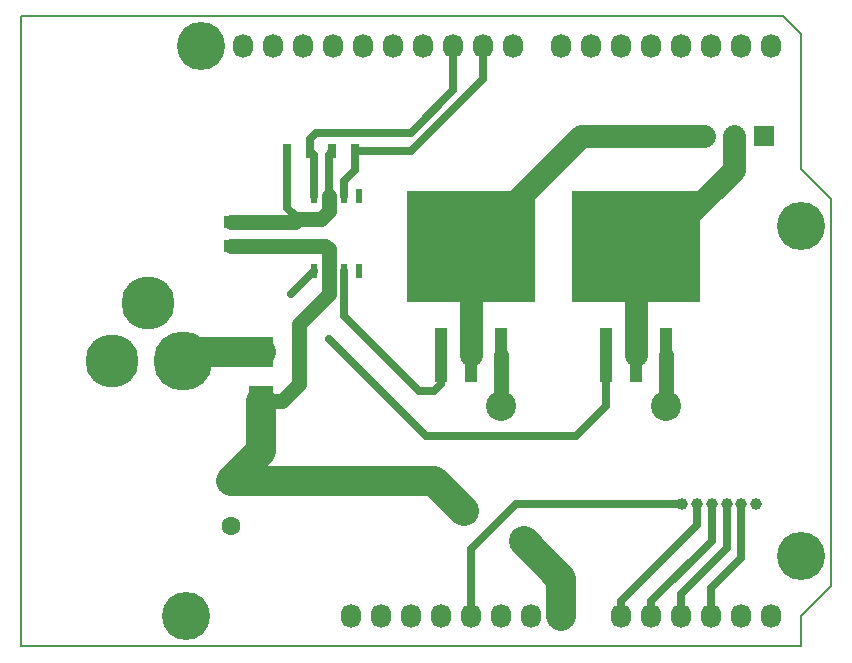
<source format=gtl>
G04 #@! TF.FileFunction,Copper,L1,Top,Signal*
%FSLAX46Y46*%
G04 Gerber Fmt 4.6, Leading zero omitted, Abs format (unit mm)*
G04 Created by KiCad (PCBNEW 4.0.6+dfsg1-1) date Mon Oct 16 00:40:44 2017*
%MOMM*%
%LPD*%
G01*
G04 APERTURE LIST*
%ADD10C,0.100000*%
%ADD11C,0.150000*%
%ADD12O,1.727200X2.032000*%
%ADD13C,4.064000*%
%ADD14R,1.250000X1.000000*%
%ADD15R,1.600000X1.600000*%
%ADD16C,1.600000*%
%ADD17R,2.030000X2.650000*%
%ADD18C,5.000000*%
%ADD19C,4.500000*%
%ADD20R,1.700000X1.700000*%
%ADD21O,1.700000X1.700000*%
%ADD22C,1.000000*%
%ADD23R,1.100000X4.600000*%
%ADD24R,10.800000X9.400000*%
%ADD25R,5.250000X4.550000*%
%ADD26R,0.700000X1.300000*%
%ADD27R,0.508000X1.143000*%
%ADD28C,0.600000*%
%ADD29C,2.540000*%
%ADD30C,0.635000*%
%ADD31C,1.270000*%
%ADD32C,2.540000*%
%ADD33C,1.905000*%
G04 APERTURE END LIST*
D10*
D11*
X177038000Y-74549000D02*
X175514000Y-73025000D01*
X177038000Y-85979000D02*
X177038000Y-74549000D01*
X179578000Y-88519000D02*
X177038000Y-85979000D01*
X179578000Y-121285000D02*
X179578000Y-88519000D01*
X177038000Y-123825000D02*
X179578000Y-121285000D01*
X177038000Y-126365000D02*
X177038000Y-123825000D01*
X110998000Y-126365000D02*
X177038000Y-126365000D01*
X110998000Y-73025000D02*
X110998000Y-126365000D01*
X175514000Y-73025000D02*
X110998000Y-73025000D01*
D12*
X138938000Y-123825000D03*
X141478000Y-123825000D03*
X144018000Y-123825000D03*
X146558000Y-123825000D03*
X149098000Y-123825000D03*
X151638000Y-123825000D03*
X154178000Y-123825000D03*
X156718000Y-123825000D03*
X161798000Y-123825000D03*
X164338000Y-123825000D03*
X166878000Y-123825000D03*
X169418000Y-123825000D03*
X171958000Y-123825000D03*
X174498000Y-123825000D03*
X129794000Y-75565000D03*
X132334000Y-75565000D03*
X134874000Y-75565000D03*
X137414000Y-75565000D03*
X139954000Y-75565000D03*
X142494000Y-75565000D03*
X145034000Y-75565000D03*
X147574000Y-75565000D03*
X150114000Y-75565000D03*
X152654000Y-75565000D03*
X156718000Y-75565000D03*
X159258000Y-75565000D03*
X161798000Y-75565000D03*
X164338000Y-75565000D03*
X166878000Y-75565000D03*
X169418000Y-75565000D03*
X171958000Y-75565000D03*
X174498000Y-75565000D03*
D13*
X124968000Y-123825000D03*
X177038000Y-118745000D03*
X126238000Y-75565000D03*
X177038000Y-90805000D03*
D14*
X131953000Y-92440000D03*
X131953000Y-90440000D03*
X128778000Y-92440000D03*
X128778000Y-90440000D03*
D15*
X128778000Y-112395000D03*
D16*
X128778000Y-116195000D03*
D17*
X131318000Y-105595000D03*
X131318000Y-101415000D03*
D18*
X124698000Y-102235000D03*
D19*
X121748000Y-97335000D03*
X118698000Y-102235000D03*
D20*
X173863000Y-83185000D03*
D21*
X171323000Y-83185000D03*
X168783000Y-83185000D03*
D22*
X173228000Y-114300000D03*
X171978000Y-114300000D03*
X170728000Y-114300000D03*
X169478000Y-114300000D03*
X168228000Y-114300000D03*
X166978000Y-114300000D03*
D23*
X146558000Y-101660000D03*
X149098000Y-101660000D03*
X151638000Y-101660000D03*
D24*
X149098000Y-92510000D03*
D25*
X151873000Y-90085000D03*
X146323000Y-94935000D03*
X146323000Y-90085000D03*
X151873000Y-94935000D03*
D23*
X160528000Y-101660000D03*
X163068000Y-101660000D03*
X165608000Y-101660000D03*
D24*
X163068000Y-92510000D03*
D25*
X165843000Y-90085000D03*
X160293000Y-94935000D03*
X160293000Y-90085000D03*
X165843000Y-94935000D03*
D26*
X139253000Y-84455000D03*
X137353000Y-84455000D03*
X135443000Y-84455000D03*
X133543000Y-84455000D03*
D27*
X139573000Y-94615000D03*
X138303000Y-94615000D03*
X137033000Y-94615000D03*
X135763000Y-94615000D03*
X135763000Y-88265000D03*
X137033000Y-88265000D03*
X138303000Y-88265000D03*
X139573000Y-88265000D03*
D28*
X134493000Y-90170000D03*
D29*
X151638000Y-106045000D03*
X165608000Y-106045000D03*
X153543000Y-117475000D03*
X148463000Y-114935000D03*
D28*
X137033000Y-100330000D03*
X133858000Y-96520000D03*
D30*
X149098000Y-123825000D02*
X149098000Y-118110000D01*
X152908000Y-114300000D02*
X166978000Y-114300000D01*
X149098000Y-118110000D02*
X152908000Y-114300000D01*
X133543000Y-84455000D02*
X133543000Y-89220000D01*
X133543000Y-89220000D02*
X134493000Y-90170000D01*
X137033000Y-88265000D02*
X137033000Y-84775000D01*
X137033000Y-84775000D02*
X137353000Y-84455000D01*
D31*
X134493000Y-90170000D02*
X136398000Y-90170000D01*
X134223000Y-90440000D02*
X134493000Y-90170000D01*
X131953000Y-90440000D02*
X134223000Y-90440000D01*
X137033000Y-89535000D02*
X137033000Y-88265000D01*
X136398000Y-90170000D02*
X137033000Y-89535000D01*
X128778000Y-90440000D02*
X131953000Y-90440000D01*
X151638000Y-101660000D02*
X151638000Y-106045000D01*
X165608000Y-101660000D02*
X165608000Y-106045000D01*
D30*
X168228000Y-114300000D02*
X168228000Y-116125000D01*
X161798000Y-122555000D02*
X161798000Y-123825000D01*
X168228000Y-116125000D02*
X161798000Y-122555000D01*
X169478000Y-114300000D02*
X169478000Y-117415000D01*
X164338000Y-122555000D02*
X164338000Y-123825000D01*
X169478000Y-117415000D02*
X164338000Y-122555000D01*
X170728000Y-114300000D02*
X170728000Y-118070000D01*
X166878000Y-121920000D02*
X166878000Y-123825000D01*
X170728000Y-118070000D02*
X166878000Y-121920000D01*
X171978000Y-114300000D02*
X171978000Y-118885000D01*
X169418000Y-121445000D02*
X169418000Y-123825000D01*
X171978000Y-118885000D02*
X169418000Y-121445000D01*
X138303000Y-88265000D02*
X138303000Y-86995000D01*
X139253000Y-86045000D02*
X139253000Y-84455000D01*
X138303000Y-86995000D02*
X139253000Y-86045000D01*
X139253000Y-84455000D02*
X144018000Y-84455000D01*
X150114000Y-78359000D02*
X150114000Y-75565000D01*
X144018000Y-84455000D02*
X150114000Y-78359000D01*
X147574000Y-75565000D02*
X147574000Y-79289000D01*
X135443000Y-83420000D02*
X135443000Y-84455000D01*
X135998000Y-82865000D02*
X135443000Y-83420000D01*
X143998000Y-82865000D02*
X135998000Y-82865000D01*
X147574000Y-79289000D02*
X143998000Y-82865000D01*
X135763000Y-88265000D02*
X135763000Y-84775000D01*
X135763000Y-84775000D02*
X135443000Y-84455000D01*
D32*
X156718000Y-120650000D02*
X156718000Y-123825000D01*
X153543000Y-117475000D02*
X156718000Y-120650000D01*
D31*
X131953000Y-92440000D02*
X128778000Y-92440000D01*
X137033000Y-94615000D02*
X137033000Y-92710000D01*
X136763000Y-92440000D02*
X131953000Y-92440000D01*
X137033000Y-92710000D02*
X136763000Y-92440000D01*
X131318000Y-105595000D02*
X133038000Y-105595000D01*
X137033000Y-96520000D02*
X137033000Y-94615000D01*
X134493000Y-99060000D02*
X137033000Y-96520000D01*
X134493000Y-104140000D02*
X134493000Y-99060000D01*
X133038000Y-105595000D02*
X134493000Y-104140000D01*
D32*
X128778000Y-112395000D02*
X145923000Y-112395000D01*
X145923000Y-112395000D02*
X148463000Y-114935000D01*
X131318000Y-105595000D02*
X131318000Y-109855000D01*
X131318000Y-109855000D02*
X128778000Y-112395000D01*
D31*
X128778000Y-112395000D02*
X128778000Y-111760000D01*
D32*
X131318000Y-101415000D02*
X125518000Y-101415000D01*
X125518000Y-101415000D02*
X124698000Y-102235000D01*
D31*
X125518000Y-101415000D02*
X124698000Y-102235000D01*
D33*
X171323000Y-83185000D02*
X171323000Y-86040000D01*
X171323000Y-86040000D02*
X164853000Y-92510000D01*
X164853000Y-92510000D02*
X163068000Y-92510000D01*
D32*
X164353000Y-92510000D02*
X163068000Y-92510000D01*
D33*
X163068000Y-101660000D02*
X163068000Y-92510000D01*
X168783000Y-83185000D02*
X158423000Y-83185000D01*
X158423000Y-83185000D02*
X149098000Y-92510000D01*
X149098000Y-101660000D02*
X149098000Y-92510000D01*
X149098000Y-88900000D02*
X149098000Y-92510000D01*
D30*
X138303000Y-94615000D02*
X138303000Y-98425000D01*
X146558000Y-104140000D02*
X146558000Y-101660000D01*
X145923000Y-104775000D02*
X146558000Y-104140000D01*
X144653000Y-104775000D02*
X145923000Y-104775000D01*
X138303000Y-98425000D02*
X144653000Y-104775000D01*
X135763000Y-94615000D02*
X133858000Y-96520000D01*
X160528000Y-106045000D02*
X160528000Y-101660000D01*
X157988000Y-108585000D02*
X160528000Y-106045000D01*
X145288000Y-108585000D02*
X157988000Y-108585000D01*
X137033000Y-100330000D02*
X145288000Y-108585000D01*
M02*

</source>
